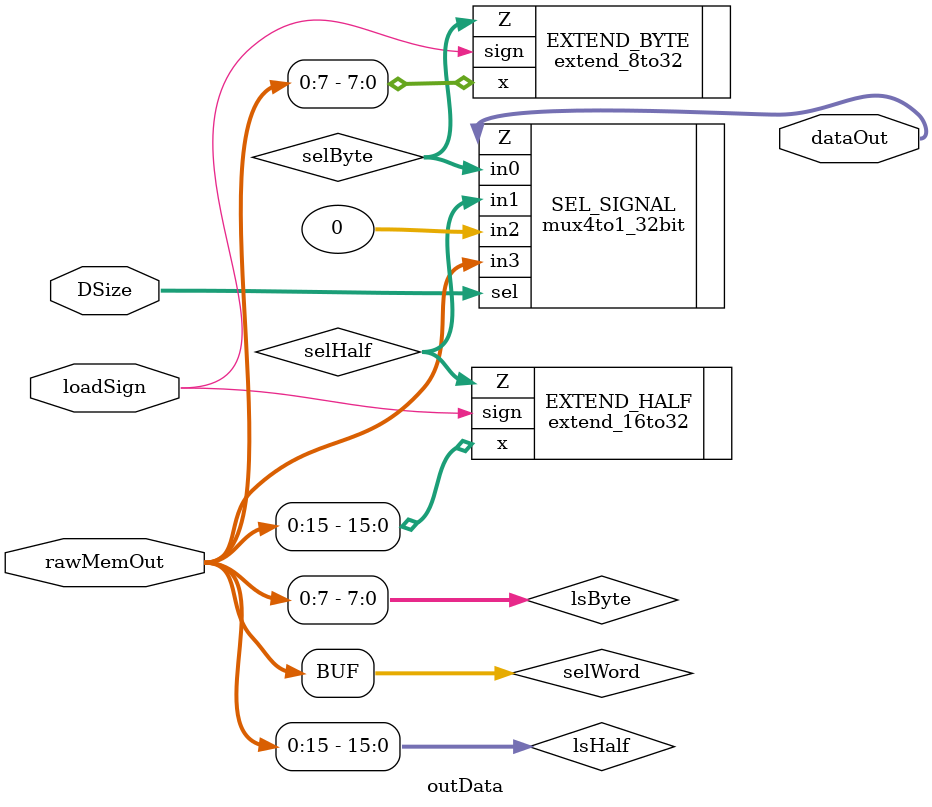
<source format=v>
module outData(rawMemOut,DSize,loadSign,dataOut);


//takes as input the datamemory out, and shifts/aligns it and extends as needed

    input [0:31] rawMemOut;
    input [0:1] DSize;
    input loadSign; 
    output [0:31] dataOut;
    
    
    wire [0:7] lsByte;
    wire [0:15] lsHalf;
    wire [0:31] selByte,selHalf,selWord;
    
    assign selWord = rawMemOut[0:31];
    assign lsByte = rawMemOut[0:7];
    assign lsHalf = rawMemOut[0:15];
    
    //sign extend both of these
    extend_8to32 EXTEND_BYTE (
        .x(lsByte),
        .sign(loadSign),
        .Z(selByte)
    );
    
    extend_16to32 EXTEND_HALF (
        .x(lsHalf),
        .sign(loadSign),
        .Z(selHalf)
    );
    
    mux4to1_32bit SEL_SIGNAL (
        .in0(selByte),
        .in1(selHalf),
        .in2(32'h0),
        .in3(selWord),
        .sel(DSize),
        .Z(dataOut)
    );
    
    
endmodule
    
    
    
    
    
    
</source>
